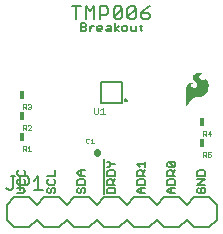
<source format=gbr>
G04 EAGLE Gerber RS-274X export*
G75*
%MOMM*%
%FSLAX34Y34*%
%LPD*%
%INSilkscreen Top*%
%IPPOS*%
%AMOC8*
5,1,8,0,0,1.08239X$1,22.5*%
G01*
%ADD10C,0.203200*%
%ADD11C,0.127000*%
%ADD12C,0.177800*%
%ADD13C,0.050800*%
%ADD14R,0.457200X0.762000*%
%ADD15C,0.025400*%
%ADD16C,0.558800*%

G36*
X165110Y102771D02*
X165110Y102771D01*
X165114Y102769D01*
X165184Y102805D01*
X165194Y102810D01*
X165195Y102811D01*
X170067Y108293D01*
X170921Y109075D01*
X171911Y109664D01*
X172262Y109791D01*
X172630Y109856D01*
X174905Y109856D01*
X174910Y109858D01*
X174916Y109856D01*
X176280Y109980D01*
X176290Y109986D01*
X176302Y109984D01*
X177621Y110352D01*
X177629Y110360D01*
X177642Y110361D01*
X178872Y110961D01*
X178879Y110968D01*
X178890Y110971D01*
X180047Y111788D01*
X180052Y111796D01*
X180061Y111799D01*
X181092Y112771D01*
X181095Y112779D01*
X181101Y112781D01*
X181102Y112783D01*
X181104Y112784D01*
X181989Y113891D01*
X181991Y113901D01*
X182000Y113908D01*
X182947Y115589D01*
X182948Y115600D01*
X182956Y115610D01*
X183584Y117434D01*
X183583Y117445D01*
X183590Y117456D01*
X183878Y119363D01*
X183875Y119374D01*
X183880Y119386D01*
X183878Y119438D01*
X183870Y119690D01*
X183866Y119816D01*
X183866Y119817D01*
X183858Y120069D01*
X183850Y120322D01*
X183846Y120448D01*
X183838Y120700D01*
X183827Y121079D01*
X183819Y121314D01*
X183815Y121323D01*
X183817Y121335D01*
X183610Y122374D01*
X183605Y122382D01*
X183605Y122393D01*
X183247Y123390D01*
X183241Y123397D01*
X183240Y123408D01*
X182738Y124342D01*
X182729Y124349D01*
X182726Y124361D01*
X181819Y125498D01*
X181808Y125504D01*
X181801Y125517D01*
X180675Y126438D01*
X180632Y126450D01*
X180591Y126466D01*
X180586Y126464D01*
X180580Y126465D01*
X180542Y126444D01*
X180502Y126425D01*
X180499Y126419D01*
X180495Y126417D01*
X180487Y126388D01*
X180469Y126340D01*
X180469Y125460D01*
X180453Y125340D01*
X180409Y125237D01*
X180135Y124897D01*
X179774Y124649D01*
X179600Y124584D01*
X179062Y124526D01*
X178532Y124624D01*
X178044Y124873D01*
X177142Y125524D01*
X176730Y125878D01*
X176379Y126288D01*
X176096Y126746D01*
X175890Y127240D01*
X175831Y127540D01*
X175843Y127843D01*
X176000Y128362D01*
X176286Y128822D01*
X176681Y129192D01*
X177162Y129447D01*
X177652Y129586D01*
X178163Y129643D01*
X178766Y129643D01*
X178767Y129643D01*
X178789Y129652D01*
X178857Y129681D01*
X178892Y129773D01*
X178888Y129782D01*
X178854Y129858D01*
X178852Y129861D01*
X178851Y129862D01*
X178850Y129863D01*
X178829Y129883D01*
X178822Y129886D01*
X178818Y129894D01*
X178383Y130232D01*
X178368Y130236D01*
X178356Y130248D01*
X177852Y130469D01*
X177851Y130469D01*
X177495Y130621D01*
X177267Y130722D01*
X177257Y130723D01*
X177247Y130729D01*
X176369Y130949D01*
X176360Y130948D01*
X176350Y130952D01*
X175450Y131038D01*
X175440Y131034D01*
X175428Y131038D01*
X174560Y130972D01*
X174549Y130966D01*
X174536Y130967D01*
X173696Y130736D01*
X173686Y130728D01*
X173673Y130727D01*
X172893Y130339D01*
X172886Y130331D01*
X172875Y130328D01*
X172098Y129768D01*
X172094Y129761D01*
X172085Y129757D01*
X171389Y129099D01*
X171384Y129088D01*
X171373Y129080D01*
X170942Y128477D01*
X170939Y128462D01*
X170927Y128449D01*
X170660Y127757D01*
X170660Y127741D01*
X170652Y127726D01*
X170565Y126989D01*
X170570Y126974D01*
X170566Y126957D01*
X170665Y126222D01*
X170673Y126209D01*
X170673Y126192D01*
X170953Y125504D01*
X170962Y125495D01*
X170965Y125481D01*
X172152Y123723D01*
X172160Y123718D01*
X172164Y123707D01*
X173617Y122166D01*
X173987Y121731D01*
X174227Y121228D01*
X174329Y120680D01*
X174286Y120124D01*
X174100Y119599D01*
X173785Y119139D01*
X173360Y118774D01*
X172817Y118481D01*
X172231Y118283D01*
X171621Y118186D01*
X170910Y118221D01*
X170232Y118428D01*
X169626Y118793D01*
X169313Y119121D01*
X169107Y119525D01*
X169014Y119941D01*
X169014Y120369D01*
X169107Y120784D01*
X169179Y120922D01*
X169297Y121036D01*
X170121Y121635D01*
X170254Y121706D01*
X170392Y121734D01*
X170550Y121718D01*
X170593Y121732D01*
X170638Y121743D01*
X170640Y121747D01*
X170644Y121748D01*
X170664Y121789D01*
X170687Y121828D01*
X170686Y121832D01*
X170688Y121836D01*
X170673Y121879D01*
X170660Y121923D01*
X170657Y121925D01*
X170656Y121929D01*
X170618Y121948D01*
X170582Y121969D01*
X170099Y122045D01*
X170094Y122044D01*
X170089Y122046D01*
X169149Y122119D01*
X169140Y122116D01*
X169129Y122119D01*
X168189Y122046D01*
X168179Y122041D01*
X168167Y122042D01*
X167468Y121858D01*
X167458Y121850D01*
X167444Y121849D01*
X166796Y121528D01*
X166788Y121519D01*
X166774Y121515D01*
X166204Y121070D01*
X166198Y121059D01*
X166186Y121053D01*
X165716Y120503D01*
X165712Y120491D01*
X165701Y120482D01*
X165300Y119750D01*
X165299Y119737D01*
X165290Y119726D01*
X165050Y118927D01*
X165051Y118914D01*
X165045Y118901D01*
X164975Y118070D01*
X164977Y118064D01*
X164975Y118059D01*
X164975Y102895D01*
X164977Y102890D01*
X164975Y102886D01*
X164996Y102846D01*
X165013Y102804D01*
X165018Y102803D01*
X165020Y102798D01*
X165063Y102785D01*
X165105Y102769D01*
X165110Y102771D01*
G37*
D10*
X71885Y176276D02*
X71885Y186953D01*
X68326Y186953D02*
X75444Y186953D01*
X80020Y186953D02*
X80020Y176276D01*
X83579Y183394D02*
X80020Y186953D01*
X83579Y183394D02*
X87138Y186953D01*
X87138Y176276D01*
X91714Y176276D02*
X91714Y186953D01*
X97053Y186953D01*
X98832Y185174D01*
X98832Y181615D01*
X97053Y179835D01*
X91714Y179835D01*
X103408Y178056D02*
X103408Y185174D01*
X105187Y186953D01*
X108746Y186953D01*
X110526Y185174D01*
X110526Y178056D01*
X108746Y176276D01*
X105187Y176276D01*
X103408Y178056D01*
X110526Y185174D01*
X115102Y185174D02*
X115102Y178056D01*
X115102Y185174D02*
X116881Y186953D01*
X120440Y186953D01*
X122220Y185174D01*
X122220Y178056D01*
X120440Y176276D01*
X116881Y176276D01*
X115102Y178056D01*
X122220Y185174D01*
X130355Y185174D02*
X133914Y186953D01*
X130355Y185174D02*
X126796Y181615D01*
X126796Y178056D01*
X128575Y176276D01*
X132134Y176276D01*
X133914Y178056D01*
X133914Y179835D01*
X132134Y181615D01*
X126796Y181615D01*
D11*
X75565Y172599D02*
X75565Y165735D01*
X75565Y172599D02*
X78997Y172599D01*
X80141Y171455D01*
X80141Y170311D01*
X78997Y169167D01*
X80141Y168023D01*
X80141Y166879D01*
X78997Y165735D01*
X75565Y165735D01*
X75565Y169167D02*
X78997Y169167D01*
X83049Y170311D02*
X83049Y165735D01*
X83049Y168023D02*
X85337Y170311D01*
X86481Y170311D01*
X90430Y165735D02*
X92718Y165735D01*
X90430Y165735D02*
X89286Y166879D01*
X89286Y169167D01*
X90430Y170311D01*
X92718Y170311D01*
X93862Y169167D01*
X93862Y168023D01*
X89286Y168023D01*
X97914Y170311D02*
X100202Y170311D01*
X101346Y169167D01*
X101346Y165735D01*
X97914Y165735D01*
X96770Y166879D01*
X97914Y168023D01*
X101346Y168023D01*
X104254Y165735D02*
X104254Y172599D01*
X104254Y168023D02*
X107686Y165735D01*
X104254Y168023D02*
X107686Y170311D01*
X111635Y165735D02*
X113923Y165735D01*
X115067Y166879D01*
X115067Y169167D01*
X113923Y170311D01*
X111635Y170311D01*
X110491Y169167D01*
X110491Y166879D01*
X111635Y165735D01*
X117975Y166879D02*
X117975Y170311D01*
X117975Y166879D02*
X119119Y165735D01*
X122551Y165735D01*
X122551Y170311D01*
X126603Y171455D02*
X126603Y166879D01*
X127747Y165735D01*
X127747Y170311D02*
X125459Y170311D01*
X26287Y28575D02*
X21711Y28575D01*
X26287Y28575D02*
X28575Y30863D01*
X26287Y33151D01*
X21711Y33151D01*
X21711Y39491D02*
X22855Y40635D01*
X21711Y39491D02*
X21711Y37203D01*
X22855Y36059D01*
X27431Y36059D01*
X28575Y37203D01*
X28575Y39491D01*
X27431Y40635D01*
X21711Y46975D02*
X22855Y48119D01*
X21711Y46975D02*
X21711Y44687D01*
X22855Y43543D01*
X27431Y43543D01*
X28575Y44687D01*
X28575Y46975D01*
X27431Y48119D01*
X47111Y32007D02*
X48255Y33151D01*
X47111Y32007D02*
X47111Y29719D01*
X48255Y28575D01*
X49399Y28575D01*
X50543Y29719D01*
X50543Y32007D01*
X51687Y33151D01*
X52831Y33151D01*
X53975Y32007D01*
X53975Y29719D01*
X52831Y28575D01*
X47111Y39491D02*
X48255Y40635D01*
X47111Y39491D02*
X47111Y37203D01*
X48255Y36059D01*
X52831Y36059D01*
X53975Y37203D01*
X53975Y39491D01*
X52831Y40635D01*
X53975Y43543D02*
X47111Y43543D01*
X53975Y43543D02*
X53975Y48119D01*
X72511Y32007D02*
X73655Y33151D01*
X72511Y32007D02*
X72511Y29719D01*
X73655Y28575D01*
X74799Y28575D01*
X75943Y29719D01*
X75943Y32007D01*
X77087Y33151D01*
X78231Y33151D01*
X79375Y32007D01*
X79375Y29719D01*
X78231Y28575D01*
X79375Y36059D02*
X72511Y36059D01*
X79375Y36059D02*
X79375Y39491D01*
X78231Y40635D01*
X73655Y40635D01*
X72511Y39491D01*
X72511Y36059D01*
X74799Y43543D02*
X79375Y43543D01*
X74799Y43543D02*
X72511Y45831D01*
X74799Y48119D01*
X79375Y48119D01*
X75943Y48119D02*
X75943Y43543D01*
X95377Y57877D02*
X95377Y27940D01*
X97911Y28575D02*
X104775Y28575D01*
X104775Y32007D01*
X103631Y33151D01*
X99055Y33151D01*
X97911Y32007D01*
X97911Y28575D01*
X97911Y36059D02*
X104775Y36059D01*
X97911Y36059D02*
X97911Y39491D01*
X99055Y40635D01*
X101343Y40635D01*
X102487Y39491D01*
X102487Y36059D01*
X102487Y38347D02*
X104775Y40635D01*
X104775Y43543D02*
X97911Y43543D01*
X104775Y43543D02*
X104775Y46975D01*
X103631Y48119D01*
X99055Y48119D01*
X97911Y46975D01*
X97911Y43543D01*
X97911Y51027D02*
X99055Y51027D01*
X101343Y53315D01*
X99055Y55603D01*
X97911Y55603D01*
X101343Y53315D02*
X104775Y53315D01*
X125599Y28575D02*
X130175Y28575D01*
X125599Y28575D02*
X123311Y30863D01*
X125599Y33151D01*
X130175Y33151D01*
X126743Y33151D02*
X126743Y28575D01*
X123311Y36059D02*
X130175Y36059D01*
X130175Y39491D01*
X129031Y40635D01*
X124455Y40635D01*
X123311Y39491D01*
X123311Y36059D01*
X123311Y43543D02*
X130175Y43543D01*
X123311Y43543D02*
X123311Y46975D01*
X124455Y48119D01*
X126743Y48119D01*
X127887Y46975D01*
X127887Y43543D01*
X127887Y45831D02*
X130175Y48119D01*
X125599Y51027D02*
X123311Y53315D01*
X130175Y53315D01*
X130175Y51027D02*
X130175Y55603D01*
X150999Y28575D02*
X155575Y28575D01*
X150999Y28575D02*
X148711Y30863D01*
X150999Y33151D01*
X155575Y33151D01*
X152143Y33151D02*
X152143Y28575D01*
X148711Y36059D02*
X155575Y36059D01*
X155575Y39491D01*
X154431Y40635D01*
X149855Y40635D01*
X148711Y39491D01*
X148711Y36059D01*
X148711Y43543D02*
X155575Y43543D01*
X148711Y43543D02*
X148711Y46975D01*
X149855Y48119D01*
X152143Y48119D01*
X153287Y46975D01*
X153287Y43543D01*
X153287Y45831D02*
X155575Y48119D01*
X154431Y51027D02*
X149855Y51027D01*
X148711Y52171D01*
X148711Y54459D01*
X149855Y55603D01*
X154431Y55603D01*
X155575Y54459D01*
X155575Y52171D01*
X154431Y51027D01*
X149855Y55603D01*
X174111Y32007D02*
X175255Y33151D01*
X174111Y32007D02*
X174111Y29719D01*
X175255Y28575D01*
X179831Y28575D01*
X180975Y29719D01*
X180975Y32007D01*
X179831Y33151D01*
X177543Y33151D01*
X177543Y30863D01*
X180975Y36059D02*
X174111Y36059D01*
X180975Y40635D01*
X174111Y40635D01*
X174111Y43543D02*
X180975Y43543D01*
X180975Y46975D01*
X179831Y48119D01*
X175255Y48119D01*
X174111Y46975D01*
X174111Y43543D01*
X110490Y123190D02*
X92710Y123190D01*
X110490Y123190D02*
X110490Y105410D01*
X92710Y105410D01*
X92710Y123190D01*
D12*
X112598Y107442D02*
X112600Y107503D01*
X112606Y107563D01*
X112616Y107624D01*
X112629Y107683D01*
X112647Y107741D01*
X112668Y107798D01*
X112693Y107854D01*
X112721Y107908D01*
X112753Y107959D01*
X112788Y108009D01*
X112827Y108057D01*
X112868Y108101D01*
X112912Y108143D01*
X112959Y108182D01*
X113008Y108218D01*
X113059Y108251D01*
X113113Y108280D01*
X113168Y108306D01*
X113224Y108328D01*
X113282Y108347D01*
X113342Y108361D01*
X113401Y108372D01*
X113462Y108379D01*
X113523Y108382D01*
X113584Y108381D01*
X113644Y108376D01*
X113705Y108367D01*
X113764Y108354D01*
X113823Y108338D01*
X113880Y108318D01*
X113936Y108294D01*
X113990Y108266D01*
X114043Y108235D01*
X114093Y108201D01*
X114141Y108163D01*
X114186Y108123D01*
X114229Y108079D01*
X114269Y108033D01*
X114306Y107985D01*
X114339Y107934D01*
X114369Y107881D01*
X114396Y107826D01*
X114419Y107770D01*
X114438Y107712D01*
X114454Y107653D01*
X114466Y107594D01*
X114474Y107533D01*
X114478Y107472D01*
X114478Y107412D01*
X114474Y107351D01*
X114466Y107290D01*
X114454Y107231D01*
X114438Y107172D01*
X114419Y107114D01*
X114396Y107058D01*
X114369Y107003D01*
X114339Y106950D01*
X114306Y106899D01*
X114269Y106851D01*
X114229Y106805D01*
X114186Y106761D01*
X114141Y106721D01*
X114093Y106683D01*
X114043Y106649D01*
X113990Y106618D01*
X113936Y106590D01*
X113880Y106566D01*
X113823Y106546D01*
X113764Y106530D01*
X113705Y106517D01*
X113644Y106508D01*
X113584Y106503D01*
X113523Y106502D01*
X113462Y106505D01*
X113401Y106512D01*
X113342Y106523D01*
X113282Y106537D01*
X113224Y106556D01*
X113168Y106578D01*
X113113Y106604D01*
X113059Y106633D01*
X113008Y106666D01*
X112959Y106702D01*
X112912Y106741D01*
X112868Y106783D01*
X112827Y106827D01*
X112788Y106875D01*
X112753Y106925D01*
X112721Y106976D01*
X112693Y107030D01*
X112668Y107086D01*
X112647Y107143D01*
X112629Y107201D01*
X112616Y107260D01*
X112606Y107321D01*
X112600Y107381D01*
X112598Y107442D01*
D13*
X86614Y101097D02*
X86614Y96436D01*
X87546Y95504D01*
X89410Y95504D01*
X90343Y96436D01*
X90343Y101097D01*
X92227Y99233D02*
X94091Y101097D01*
X94091Y95504D01*
X92227Y95504D02*
X95956Y95504D01*
D14*
X25400Y76200D03*
D15*
X26933Y68456D02*
X26933Y64643D01*
X26933Y68456D02*
X28839Y68456D01*
X29475Y67821D01*
X29475Y66550D01*
X28839Y65914D01*
X26933Y65914D01*
X28204Y65914D02*
X29475Y64643D01*
X30675Y67185D02*
X31946Y68456D01*
X31946Y64643D01*
X30675Y64643D02*
X33217Y64643D01*
D14*
X25400Y93980D03*
D15*
X26933Y86236D02*
X26933Y82423D01*
X26933Y86236D02*
X28839Y86236D01*
X29475Y85601D01*
X29475Y84330D01*
X28839Y83694D01*
X26933Y83694D01*
X28204Y83694D02*
X29475Y82423D01*
X30675Y82423D02*
X33217Y82423D01*
X30675Y82423D02*
X33217Y84965D01*
X33217Y85601D01*
X32582Y86236D01*
X31310Y86236D01*
X30675Y85601D01*
D14*
X25400Y111760D03*
D15*
X26933Y104016D02*
X26933Y100203D01*
X26933Y104016D02*
X28839Y104016D01*
X29475Y103381D01*
X29475Y102110D01*
X28839Y101474D01*
X26933Y101474D01*
X28204Y101474D02*
X29475Y100203D01*
X30675Y103381D02*
X31310Y104016D01*
X32582Y104016D01*
X33217Y103381D01*
X33217Y102745D01*
X32582Y102110D01*
X31946Y102110D01*
X32582Y102110D02*
X33217Y101474D01*
X33217Y100839D01*
X32582Y100203D01*
X31310Y100203D01*
X30675Y100839D01*
D14*
X177800Y88900D03*
D15*
X179333Y81156D02*
X179333Y77343D01*
X179333Y81156D02*
X181239Y81156D01*
X181875Y80521D01*
X181875Y79250D01*
X181239Y78614D01*
X179333Y78614D01*
X180604Y78614D02*
X181875Y77343D01*
X184982Y77343D02*
X184982Y81156D01*
X183075Y79250D01*
X185617Y79250D01*
D14*
X177800Y71120D03*
D15*
X179333Y63376D02*
X179333Y59563D01*
X179333Y63376D02*
X181239Y63376D01*
X181875Y62741D01*
X181875Y61470D01*
X181239Y60834D01*
X179333Y60834D01*
X180604Y60834D02*
X181875Y59563D01*
X183075Y63376D02*
X185617Y63376D01*
X183075Y63376D02*
X183075Y61470D01*
X184346Y62105D01*
X184982Y62105D01*
X185617Y61470D01*
X185617Y60199D01*
X184982Y59563D01*
X183710Y59563D01*
X183075Y60199D01*
D16*
X88900Y63195D02*
X88900Y63805D01*
D15*
X82679Y74425D02*
X82044Y75060D01*
X80773Y75060D01*
X80137Y74425D01*
X80137Y71883D01*
X80773Y71247D01*
X82044Y71247D01*
X82679Y71883D01*
X83879Y73789D02*
X85150Y75060D01*
X85150Y71247D01*
X83879Y71247D02*
X86421Y71247D01*
D10*
X171450Y25400D02*
X184150Y25400D01*
X190500Y19050D01*
X190500Y6350D02*
X184150Y0D01*
X146050Y25400D02*
X139700Y19050D01*
X146050Y25400D02*
X158750Y25400D01*
X165100Y19050D01*
X165100Y6350D02*
X158750Y0D01*
X146050Y0D01*
X139700Y6350D01*
X165100Y19050D02*
X171450Y25400D01*
X165100Y6350D02*
X171450Y0D01*
X184150Y0D01*
X107950Y25400D02*
X95250Y25400D01*
X107950Y25400D02*
X114300Y19050D01*
X114300Y6350D02*
X107950Y0D01*
X114300Y19050D02*
X120650Y25400D01*
X133350Y25400D01*
X139700Y19050D01*
X139700Y6350D02*
X133350Y0D01*
X120650Y0D01*
X114300Y6350D01*
X69850Y25400D02*
X63500Y19050D01*
X69850Y25400D02*
X82550Y25400D01*
X88900Y19050D01*
X88900Y6350D02*
X82550Y0D01*
X69850Y0D01*
X63500Y6350D01*
X88900Y19050D02*
X95250Y25400D01*
X88900Y6350D02*
X95250Y0D01*
X107950Y0D01*
X31750Y25400D02*
X19050Y25400D01*
X31750Y25400D02*
X38100Y19050D01*
X38100Y6350D02*
X31750Y0D01*
X38100Y19050D02*
X44450Y25400D01*
X57150Y25400D01*
X63500Y19050D01*
X63500Y6350D02*
X57150Y0D01*
X44450Y0D01*
X38100Y6350D01*
X12700Y6350D02*
X12700Y19050D01*
X19050Y25400D01*
X12700Y6350D02*
X19050Y0D01*
X31750Y0D01*
X190500Y6350D02*
X190500Y19050D01*
D11*
X14480Y31623D02*
X12573Y33530D01*
X14480Y31623D02*
X16386Y31623D01*
X18293Y33530D01*
X18293Y43063D01*
X16386Y43063D02*
X20200Y43063D01*
X24267Y43063D02*
X24267Y31623D01*
X24267Y43063D02*
X29987Y43063D01*
X31893Y41156D01*
X31893Y37343D01*
X29987Y35436D01*
X24267Y35436D01*
X35961Y39250D02*
X39774Y43063D01*
X39774Y31623D01*
X35961Y31623D02*
X43587Y31623D01*
M02*

</source>
